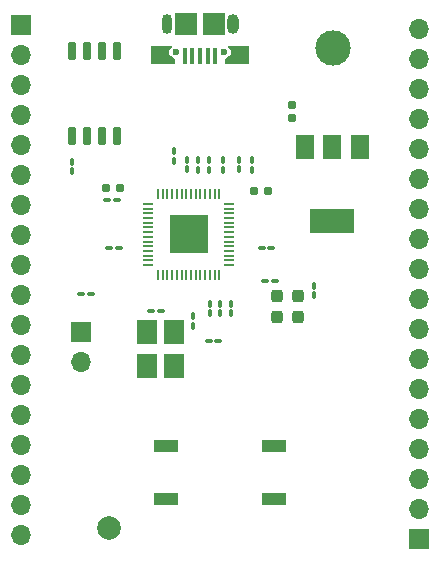
<source format=gts>
G04 #@! TF.GenerationSoftware,KiCad,Pcbnew,7.0.5-4d25ed1034~172~ubuntu22.04.1*
G04 #@! TF.CreationDate,2023-07-05T09:01:56+07:00*
G04 #@! TF.ProjectId,TMPboardM,544d5062-6f61-4726-944d-2e6b69636164,rev?*
G04 #@! TF.SameCoordinates,Original*
G04 #@! TF.FileFunction,Soldermask,Top*
G04 #@! TF.FilePolarity,Negative*
%FSLAX46Y46*%
G04 Gerber Fmt 4.6, Leading zero omitted, Abs format (unit mm)*
G04 Created by KiCad (PCBNEW 7.0.5-4d25ed1034~172~ubuntu22.04.1) date 2023-07-05 09:01:56*
%MOMM*%
%LPD*%
G01*
G04 APERTURE LIST*
G04 Aperture macros list*
%AMRoundRect*
0 Rectangle with rounded corners*
0 $1 Rounding radius*
0 $2 $3 $4 $5 $6 $7 $8 $9 X,Y pos of 4 corners*
0 Add a 4 corners polygon primitive as box body*
4,1,4,$2,$3,$4,$5,$6,$7,$8,$9,$2,$3,0*
0 Add four circle primitives for the rounded corners*
1,1,$1+$1,$2,$3*
1,1,$1+$1,$4,$5*
1,1,$1+$1,$6,$7*
1,1,$1+$1,$8,$9*
0 Add four rect primitives between the rounded corners*
20,1,$1+$1,$2,$3,$4,$5,0*
20,1,$1+$1,$4,$5,$6,$7,0*
20,1,$1+$1,$6,$7,$8,$9,0*
20,1,$1+$1,$8,$9,$2,$3,0*%
%AMFreePoly0*
4,1,9,1.050000,0.350000,0.550000,0.000000,0.550000,-0.400000,0.800000,-0.650000,0.800000,-0.800000,-1.050000,-0.800000,-1.050000,0.800000,1.050000,0.800000,1.050000,0.350000,1.050000,0.350000,$1*%
%AMFreePoly1*
4,1,9,1.050000,-0.800000,-0.800000,-0.800000,-0.800000,-0.650000,-0.550000,-0.400000,-0.550000,0.000000,-1.050000,0.350000,-1.050000,0.800000,1.050000,0.800000,1.050000,-0.800000,1.050000,-0.800000,$1*%
G04 Aperture macros list end*
%ADD10RoundRect,0.100000X-0.100000X0.217500X-0.100000X-0.217500X0.100000X-0.217500X0.100000X0.217500X0*%
%ADD11RoundRect,0.155000X0.155000X-0.212500X0.155000X0.212500X-0.155000X0.212500X-0.155000X-0.212500X0*%
%ADD12R,1.700000X1.700000*%
%ADD13O,1.700000X1.700000*%
%ADD14RoundRect,0.155000X-0.212500X-0.155000X0.212500X-0.155000X0.212500X0.155000X-0.212500X0.155000X0*%
%ADD15RoundRect,0.100000X0.100000X-0.217500X0.100000X0.217500X-0.100000X0.217500X-0.100000X-0.217500X0*%
%ADD16RoundRect,0.100000X-0.217500X-0.100000X0.217500X-0.100000X0.217500X0.100000X-0.217500X0.100000X0*%
%ADD17RoundRect,0.100000X0.217500X0.100000X-0.217500X0.100000X-0.217500X-0.100000X0.217500X-0.100000X0*%
%ADD18C,0.600000*%
%ADD19R,0.400000X1.350000*%
%ADD20FreePoly0,180.000000*%
%ADD21O,1.000000X1.700000*%
%ADD22R,1.900000X1.900000*%
%ADD23O,0.850000X1.700000*%
%ADD24FreePoly1,180.000000*%
%ADD25R,1.500000X2.000000*%
%ADD26R,3.800000X2.000000*%
%ADD27RoundRect,0.155000X0.212500X0.155000X-0.212500X0.155000X-0.212500X-0.155000X0.212500X-0.155000X0*%
%ADD28RoundRect,0.237500X0.237500X-0.287500X0.237500X0.287500X-0.237500X0.287500X-0.237500X-0.287500X0*%
%ADD29C,2.000000*%
%ADD30C,3.000000*%
%ADD31RoundRect,0.050000X-0.387500X-0.050000X0.387500X-0.050000X0.387500X0.050000X-0.387500X0.050000X0*%
%ADD32RoundRect,0.050000X-0.050000X-0.387500X0.050000X-0.387500X0.050000X0.387500X-0.050000X0.387500X0*%
%ADD33R,3.200000X3.200000*%
%ADD34R,1.800000X2.100000*%
%ADD35RoundRect,0.150000X0.150000X-0.650000X0.150000X0.650000X-0.150000X0.650000X-0.150000X-0.650000X0*%
%ADD36R,2.100000X1.100000*%
G04 APERTURE END LIST*
D10*
X98320000Y-75555000D03*
X98320000Y-76370000D03*
D11*
X96480000Y-61380000D03*
X96480000Y-60245000D03*
D12*
X73455000Y-53515000D03*
D13*
X73455000Y-56055000D03*
X73455000Y-58595000D03*
X73455000Y-61135000D03*
X73455000Y-63675000D03*
X73455000Y-66215000D03*
X73455000Y-68755000D03*
X73455000Y-71295000D03*
X73455000Y-73835000D03*
X73455000Y-76375000D03*
X73455000Y-78915000D03*
X73455000Y-81455000D03*
X73455000Y-83995000D03*
X73455000Y-86535000D03*
X73455000Y-89075000D03*
X73455000Y-91615000D03*
X73455000Y-94155000D03*
X73455000Y-96695000D03*
D14*
X93232500Y-67560000D03*
X94367500Y-67560000D03*
D10*
X91280000Y-77090000D03*
X91280000Y-77905000D03*
D15*
X91920000Y-65707500D03*
X91920000Y-64892500D03*
D16*
X93862500Y-72360000D03*
X94677500Y-72360000D03*
D12*
X78595000Y-79490000D03*
D13*
X78595000Y-82030000D03*
D17*
X81587500Y-68340000D03*
X80772500Y-68340000D03*
D18*
X90660000Y-55782500D03*
X86660000Y-55782500D03*
D19*
X89960000Y-56107500D03*
X89310000Y-56107500D03*
X88660000Y-56107500D03*
X88010000Y-56107500D03*
X87360000Y-56107500D03*
D20*
X91760000Y-55982500D03*
D21*
X91485000Y-53432500D03*
D22*
X89860000Y-53432500D03*
X87460000Y-53432500D03*
D23*
X85835000Y-53432500D03*
D24*
X85560000Y-55982500D03*
D10*
X90380000Y-77080000D03*
X90380000Y-77895000D03*
D17*
X85327500Y-77680000D03*
X84512500Y-77680000D03*
D25*
X102170000Y-63770000D03*
X99870000Y-63770000D03*
D26*
X99870000Y-70070000D03*
D25*
X97570000Y-63770000D03*
D27*
X81837500Y-67290000D03*
X80702500Y-67290000D03*
D17*
X90207500Y-80200000D03*
X89392500Y-80200000D03*
D16*
X80952500Y-72360000D03*
X81767500Y-72360000D03*
D28*
X95140000Y-78212500D03*
X95140000Y-76462500D03*
X96920000Y-78215000D03*
X96920000Y-76465000D03*
D10*
X88100000Y-78152500D03*
X88100000Y-78967500D03*
D15*
X90580000Y-65727500D03*
X90580000Y-64912500D03*
D29*
X80930000Y-96090000D03*
D15*
X86490000Y-64957500D03*
X86490000Y-64142500D03*
D30*
X99910000Y-55400000D03*
D15*
X89380000Y-65737500D03*
X89380000Y-64922500D03*
D16*
X78602500Y-76260000D03*
X79417500Y-76260000D03*
D15*
X87510000Y-65697500D03*
X87510000Y-64882500D03*
D10*
X89480000Y-77080000D03*
X89480000Y-77895000D03*
D15*
X93060000Y-65717500D03*
X93060000Y-64902500D03*
D31*
X84252500Y-68620000D03*
X84252500Y-69020000D03*
X84252500Y-69420000D03*
X84252500Y-69820000D03*
X84252500Y-70220000D03*
X84252500Y-70620000D03*
X84252500Y-71020000D03*
X84252500Y-71420000D03*
X84252500Y-71820000D03*
X84252500Y-72220000D03*
X84252500Y-72620000D03*
X84252500Y-73020000D03*
X84252500Y-73420000D03*
X84252500Y-73820000D03*
D32*
X85090000Y-74657500D03*
X85490000Y-74657500D03*
X85890000Y-74657500D03*
X86290000Y-74657500D03*
X86690000Y-74657500D03*
X87090000Y-74657500D03*
X87490000Y-74657500D03*
X87890000Y-74657500D03*
X88290000Y-74657500D03*
X88690000Y-74657500D03*
X89090000Y-74657500D03*
X89490000Y-74657500D03*
X89890000Y-74657500D03*
X90290000Y-74657500D03*
D31*
X91127500Y-73820000D03*
X91127500Y-73420000D03*
X91127500Y-73020000D03*
X91127500Y-72620000D03*
X91127500Y-72220000D03*
X91127500Y-71820000D03*
X91127500Y-71420000D03*
X91127500Y-71020000D03*
X91127500Y-70620000D03*
X91127500Y-70220000D03*
X91127500Y-69820000D03*
X91127500Y-69420000D03*
X91127500Y-69020000D03*
X91127500Y-68620000D03*
D32*
X90290000Y-67782500D03*
X89890000Y-67782500D03*
X89490000Y-67782500D03*
X89090000Y-67782500D03*
X88690000Y-67782500D03*
X88290000Y-67782500D03*
X87890000Y-67782500D03*
X87490000Y-67782500D03*
X87090000Y-67782500D03*
X86690000Y-67782500D03*
X86290000Y-67782500D03*
X85890000Y-67782500D03*
X85490000Y-67782500D03*
X85090000Y-67782500D03*
D33*
X87690000Y-71220000D03*
D34*
X86490000Y-82390000D03*
X86490000Y-79490000D03*
X84190000Y-79490000D03*
X84190000Y-82390000D03*
D16*
X94192500Y-75130000D03*
X95007500Y-75130000D03*
D15*
X88480000Y-65727500D03*
X88480000Y-64912500D03*
D12*
X107185000Y-96965000D03*
D13*
X107185000Y-94425000D03*
X107185000Y-91885000D03*
X107185000Y-89345000D03*
X107185000Y-86805000D03*
X107185000Y-84265000D03*
X107185000Y-81725000D03*
X107185000Y-79185000D03*
X107185000Y-76645000D03*
X107185000Y-74105000D03*
X107185000Y-71565000D03*
X107185000Y-69025000D03*
X107185000Y-66485000D03*
X107185000Y-63945000D03*
X107185000Y-61405000D03*
X107185000Y-58865000D03*
X107185000Y-56325000D03*
X107185000Y-53785000D03*
D35*
X77830000Y-62870000D03*
X79100000Y-62870000D03*
X80370000Y-62870000D03*
X81640000Y-62870000D03*
X81640000Y-55670000D03*
X80370000Y-55670000D03*
X79100000Y-55670000D03*
X77830000Y-55670000D03*
D15*
X77840000Y-65877500D03*
X77840000Y-65062500D03*
D36*
X85780000Y-93590000D03*
X94880000Y-93590000D03*
X94880000Y-89090000D03*
X85780000Y-89090000D03*
M02*

</source>
